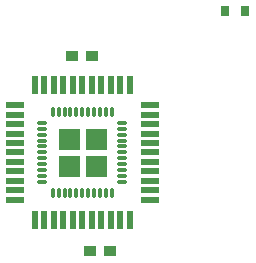
<source format=gbr>
%TF.GenerationSoftware,KiCad,Pcbnew,(6.0.4)*%
%TF.CreationDate,2022-07-16T18:09:19+02:00*%
%TF.ProjectId,AirlabMuxAtmel,4169726c-6162-44d7-9578-41746d656c2e,rev?*%
%TF.SameCoordinates,Original*%
%TF.FileFunction,Paste,Top*%
%TF.FilePolarity,Positive*%
%FSLAX46Y46*%
G04 Gerber Fmt 4.6, Leading zero omitted, Abs format (unit mm)*
G04 Created by KiCad (PCBNEW (6.0.4)) date 2022-07-16 18:09:19*
%MOMM*%
%LPD*%
G01*
G04 APERTURE LIST*
%ADD10C,0.010000*%
%ADD11R,0.800000X0.950000*%
%ADD12R,1.500000X0.550000*%
%ADD13R,0.550000X1.500000*%
%ADD14R,1.000000X0.900000*%
%ADD15O,0.950000X0.300000*%
%ADD16O,0.300000X0.950000*%
G04 APERTURE END LIST*
%TO.C,IC3*%
G36*
X97490000Y-68045350D02*
G01*
X95784650Y-68045350D01*
X95784650Y-66340000D01*
X97490000Y-66340000D01*
X97490000Y-68045350D01*
G37*
D10*
X97490000Y-68045350D02*
X95784650Y-68045350D01*
X95784650Y-66340000D01*
X97490000Y-66340000D01*
X97490000Y-68045350D01*
G36*
X99790000Y-65739832D02*
G01*
X98090168Y-65739832D01*
X98090168Y-64040000D01*
X99790000Y-64040000D01*
X99790000Y-65739832D01*
G37*
X99790000Y-65739832D02*
X98090168Y-65739832D01*
X98090168Y-64040000D01*
X99790000Y-64040000D01*
X99790000Y-65739832D01*
G36*
X99790000Y-68044570D02*
G01*
X98090685Y-68044570D01*
X98090685Y-66340000D01*
X99790000Y-66340000D01*
X99790000Y-68044570D01*
G37*
X99790000Y-68044570D02*
X98090685Y-68044570D01*
X98090685Y-66340000D01*
X99790000Y-66340000D01*
X99790000Y-68044570D01*
G36*
X97490000Y-65739025D02*
G01*
X95783500Y-65739025D01*
X95783500Y-64040000D01*
X97490000Y-64040000D01*
X97490000Y-65739025D01*
G37*
X97490000Y-65739025D02*
X95783500Y-65739025D01*
X95783500Y-64040000D01*
X97490000Y-64040000D01*
X97490000Y-65739025D01*
%TD*%
D11*
%TO.C,R1*%
X111594000Y-54102000D03*
X109894000Y-54102000D03*
%TD*%
D12*
%TO.C,IC1*%
X92090000Y-62040000D03*
X92090000Y-62840000D03*
X92090000Y-63640000D03*
X92090000Y-64440000D03*
X92090000Y-65240000D03*
X92090000Y-66040000D03*
X92090000Y-66840000D03*
X92090000Y-67640000D03*
X92090000Y-68440000D03*
X92090000Y-69240000D03*
X92090000Y-70040000D03*
D13*
X93790000Y-71740000D03*
X94590000Y-71740000D03*
X95390000Y-71740000D03*
X96190000Y-71740000D03*
X96990000Y-71740000D03*
X97790000Y-71740000D03*
X98590000Y-71740000D03*
X99390000Y-71740000D03*
X100190000Y-71740000D03*
X100990000Y-71740000D03*
X101790000Y-71740000D03*
D12*
X103490000Y-70040000D03*
X103490000Y-69240000D03*
X103490000Y-68440000D03*
X103490000Y-67640000D03*
X103490000Y-66840000D03*
X103490000Y-66040000D03*
X103490000Y-65240000D03*
X103490000Y-64440000D03*
X103490000Y-63640000D03*
X103490000Y-62840000D03*
X103490000Y-62040000D03*
D13*
X101790000Y-60340000D03*
X100990000Y-60340000D03*
X100190000Y-60340000D03*
X99390000Y-60340000D03*
X98590000Y-60340000D03*
X97790000Y-60340000D03*
X96990000Y-60340000D03*
X96190000Y-60340000D03*
X95390000Y-60340000D03*
X94590000Y-60340000D03*
X93790000Y-60340000D03*
%TD*%
D14*
%TO.C,C3*%
X96940000Y-57912000D03*
X98640000Y-57912000D03*
%TD*%
%TO.C,C2*%
X100164000Y-74422000D03*
X98464000Y-74422000D03*
%TD*%
D15*
%TO.C,IC3*%
X94390000Y-63540000D03*
X94390000Y-64040000D03*
X94390000Y-64540000D03*
X94390000Y-65040000D03*
X94390000Y-65540000D03*
X94390000Y-66040000D03*
X94390000Y-66540000D03*
X94390000Y-67040000D03*
X94390000Y-67540000D03*
X94390000Y-68040000D03*
X94390000Y-68540000D03*
D16*
X95290000Y-69440000D03*
X95790000Y-69440000D03*
X96290000Y-69440000D03*
X96790000Y-69440000D03*
X97290000Y-69440000D03*
X97790000Y-69440000D03*
X98290000Y-69440000D03*
X98790000Y-69440000D03*
X99290000Y-69440000D03*
X99790000Y-69440000D03*
X100290000Y-69440000D03*
D15*
X101190000Y-68540000D03*
X101190000Y-68040000D03*
X101190000Y-67540000D03*
X101190000Y-67040000D03*
X101190000Y-66540000D03*
X101190000Y-66040000D03*
X101190000Y-65540000D03*
X101190000Y-65040000D03*
X101190000Y-64540000D03*
X101190000Y-64040000D03*
X101190000Y-63540000D03*
D16*
X100290000Y-62640000D03*
X99790000Y-62640000D03*
X99290000Y-62640000D03*
X98790000Y-62640000D03*
X98290000Y-62640000D03*
X97790000Y-62640000D03*
X97290000Y-62640000D03*
X96790000Y-62640000D03*
X96290000Y-62640000D03*
X95790000Y-62640000D03*
X95290000Y-62640000D03*
%TD*%
M02*

</source>
